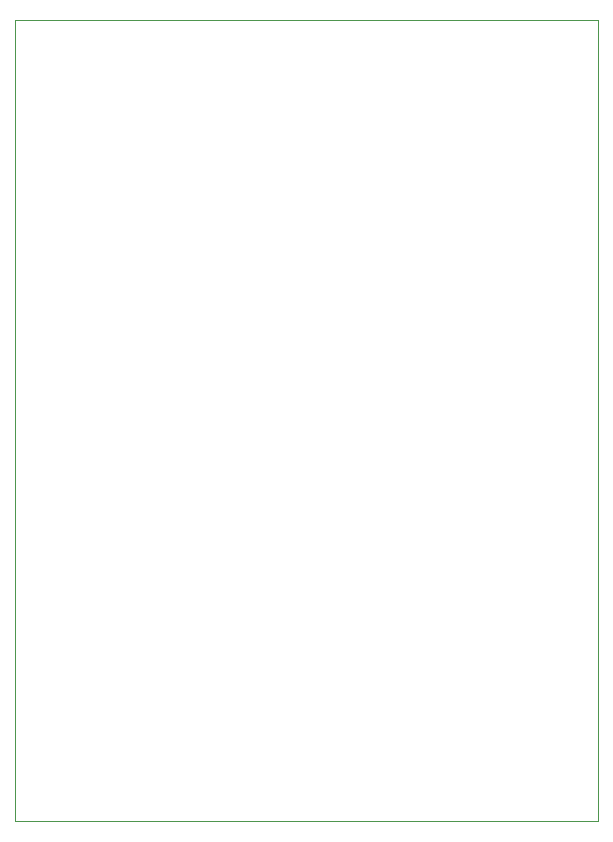
<source format=gbr>
%TF.GenerationSoftware,KiCad,Pcbnew,7.0.1*%
%TF.CreationDate,2023-07-20T10:40:34-07:00*%
%TF.ProjectId,tn_vdp_v3_board,746e5f76-6470-45f7-9633-5f626f617264,rev?*%
%TF.SameCoordinates,Original*%
%TF.FileFunction,Profile,NP*%
%FSLAX46Y46*%
G04 Gerber Fmt 4.6, Leading zero omitted, Abs format (unit mm)*
G04 Created by KiCad (PCBNEW 7.0.1) date 2023-07-20 10:40:34*
%MOMM*%
%LPD*%
G01*
G04 APERTURE LIST*
%TA.AperFunction,Profile*%
%ADD10C,0.100000*%
%TD*%
G04 APERTURE END LIST*
D10*
X185000000Y-44958000D02*
X185000000Y-112776000D01*
X135636000Y-44958000D02*
X185000000Y-44958000D01*
X135636000Y-112776000D02*
X185000000Y-112776000D01*
X135636000Y-112776000D02*
X135636000Y-44958000D01*
M02*

</source>
